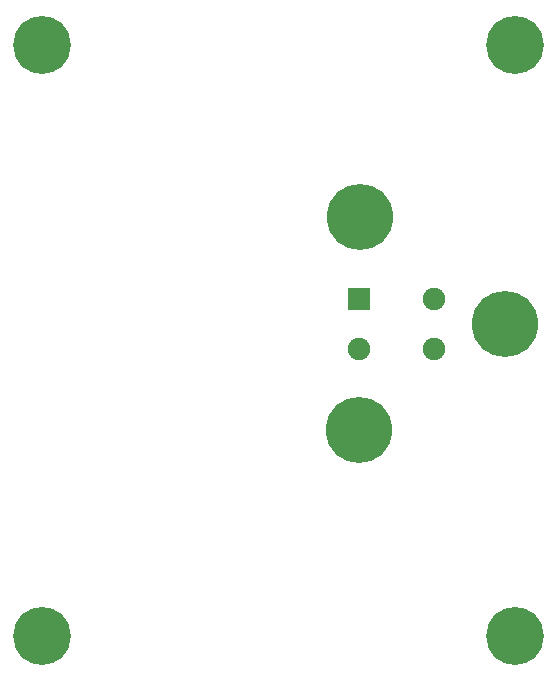
<source format=gbs>
G04*
G04 #@! TF.GenerationSoftware,Altium Limited,Altium Designer,24.2.2 (26)*
G04*
G04 Layer_Color=16711935*
%FSLAX25Y25*%
%MOIN*%
G70*
G04*
G04 #@! TF.SameCoordinates,FC8948EB-AED8-47B0-A6AC-AC1B72ED221E*
G04*
G04*
G04 #@! TF.FilePolarity,Negative*
G04*
G01*
G75*
%ADD42C,0.22054*%
%ADD43C,0.07487*%
%ADD44R,0.07487X0.07487*%
%ADD45C,0.19298*%
D42*
X145197Y159134D02*
D03*
X144882Y88189D02*
D03*
X193504Y123701D02*
D03*
D43*
X144882Y115394D02*
D03*
X169882D02*
D03*
Y131929D02*
D03*
D44*
X144882D02*
D03*
D45*
X39370Y19685D02*
D03*
Y216535D02*
D03*
X196850D02*
D03*
Y19685D02*
D03*
M02*

</source>
